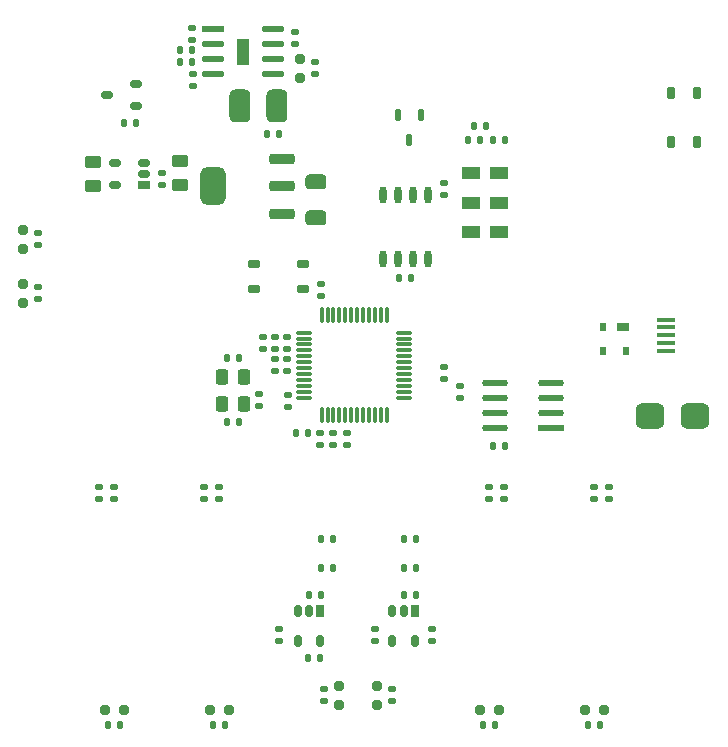
<source format=gbr>
%TF.GenerationSoftware,Altium Limited,Altium Designer,24.5.2 (23)*%
G04 Layer_Color=8421504*
%FSLAX45Y45*%
%MOMM*%
%TF.SameCoordinates,627A3E5C-85DC-498E-B9C8-82595492641C*%
%TF.FilePolarity,Positive*%
%TF.FileFunction,Paste,Top*%
%TF.Part,Single*%
G01*
G75*
%TA.AperFunction,SMDPad,CuDef*%
%ADD11R,1.60000X1.00000*%
G04:AMPARAMS|DCode=12|XSize=2.15mm|YSize=2.45mm|CornerRadius=0.5375mm|HoleSize=0mm|Usage=FLASHONLY|Rotation=270.000|XOffset=0mm|YOffset=0mm|HoleType=Round|Shape=RoundedRectangle|*
%AMROUNDEDRECTD12*
21,1,2.15000,1.37500,0,0,270.0*
21,1,1.07500,2.45000,0,0,270.0*
1,1,1.07500,-0.68750,-0.53750*
1,1,1.07500,-0.68750,0.53750*
1,1,1.07500,0.68750,0.53750*
1,1,1.07500,0.68750,-0.53750*
%
%ADD12ROUNDEDRECTD12*%
%ADD13R,1.92006X0.58213*%
G04:AMPARAMS|DCode=14|XSize=1.92006mm|YSize=0.58213mm|CornerRadius=0.29107mm|HoleSize=0mm|Usage=FLASHONLY|Rotation=0.000|XOffset=0mm|YOffset=0mm|HoleType=Round|Shape=RoundedRectangle|*
%AMROUNDEDRECTD14*
21,1,1.92006,0.00000,0,0,0.0*
21,1,1.33793,0.58213,0,0,0.0*
1,1,0.58213,0.66896,0.00000*
1,1,0.58213,-0.66896,0.00000*
1,1,0.58213,-0.66896,0.00000*
1,1,0.58213,0.66896,0.00000*
%
%ADD14ROUNDEDRECTD14*%
G04:AMPARAMS|DCode=16|XSize=0.7mm|YSize=1mm|CornerRadius=0.175mm|HoleSize=0mm|Usage=FLASHONLY|Rotation=0.000|XOffset=0mm|YOffset=0mm|HoleType=Round|Shape=RoundedRectangle|*
%AMROUNDEDRECTD16*
21,1,0.70000,0.65000,0,0,0.0*
21,1,0.35000,1.00000,0,0,0.0*
1,1,0.35000,0.17500,-0.32500*
1,1,0.35000,-0.17500,-0.32500*
1,1,0.35000,-0.17500,0.32500*
1,1,0.35000,0.17500,0.32500*
%
%ADD16ROUNDEDRECTD16*%
%ADD17R,0.70000X1.00000*%
G04:AMPARAMS|DCode=18|XSize=1.05mm|YSize=0.65mm|CornerRadius=0.1625mm|HoleSize=0mm|Usage=FLASHONLY|Rotation=0.000|XOffset=0mm|YOffset=0mm|HoleType=Round|Shape=RoundedRectangle|*
%AMROUNDEDRECTD18*
21,1,1.05000,0.32500,0,0,0.0*
21,1,0.72500,0.65000,0,0,0.0*
1,1,0.32500,0.36250,-0.16250*
1,1,0.32500,-0.36250,-0.16250*
1,1,0.32500,-0.36250,0.16250*
1,1,0.32500,0.36250,0.16250*
%
%ADD18ROUNDEDRECTD18*%
G04:AMPARAMS|DCode=19|XSize=1.05mm|YSize=0.65mm|CornerRadius=0.1625mm|HoleSize=0mm|Usage=FLASHONLY|Rotation=270.000|XOffset=0mm|YOffset=0mm|HoleType=Round|Shape=RoundedRectangle|*
%AMROUNDEDRECTD19*
21,1,1.05000,0.32500,0,0,270.0*
21,1,0.72500,0.65000,0,0,270.0*
1,1,0.32500,-0.16250,-0.36250*
1,1,0.32500,-0.16250,0.36250*
1,1,0.32500,0.16250,0.36250*
1,1,0.32500,0.16250,-0.36250*
%
%ADD19ROUNDEDRECTD19*%
%ADD20R,0.60000X0.70000*%
G04:AMPARAMS|DCode=21|XSize=0.508mm|YSize=0.635mm|CornerRadius=0.127mm|HoleSize=0mm|Usage=FLASHONLY|Rotation=270.000|XOffset=0mm|YOffset=0mm|HoleType=Round|Shape=RoundedRectangle|*
%AMROUNDEDRECTD21*
21,1,0.50800,0.38100,0,0,270.0*
21,1,0.25400,0.63500,0,0,270.0*
1,1,0.25400,-0.19050,-0.12700*
1,1,0.25400,-0.19050,0.12700*
1,1,0.25400,0.19050,0.12700*
1,1,0.25400,0.19050,-0.12700*
%
%ADD21ROUNDEDRECTD21*%
G04:AMPARAMS|DCode=22|XSize=1.27mm|YSize=1.778mm|CornerRadius=0.3175mm|HoleSize=0mm|Usage=FLASHONLY|Rotation=90.000|XOffset=0mm|YOffset=0mm|HoleType=Round|Shape=RoundedRectangle|*
%AMROUNDEDRECTD22*
21,1,1.27000,1.14300,0,0,90.0*
21,1,0.63500,1.77800,0,0,90.0*
1,1,0.63500,0.57150,0.31750*
1,1,0.63500,0.57150,-0.31750*
1,1,0.63500,-0.57150,-0.31750*
1,1,0.63500,-0.57150,0.31750*
%
%ADD22ROUNDEDRECTD22*%
G04:AMPARAMS|DCode=23|XSize=0.508mm|YSize=0.635mm|CornerRadius=0.127mm|HoleSize=0mm|Usage=FLASHONLY|Rotation=0.000|XOffset=0mm|YOffset=0mm|HoleType=Round|Shape=RoundedRectangle|*
%AMROUNDEDRECTD23*
21,1,0.50800,0.38100,0,0,0.0*
21,1,0.25400,0.63500,0,0,0.0*
1,1,0.25400,0.12700,-0.19050*
1,1,0.25400,-0.12700,-0.19050*
1,1,0.25400,-0.12700,0.19050*
1,1,0.25400,0.12700,0.19050*
%
%ADD23ROUNDEDRECTD23*%
G04:AMPARAMS|DCode=24|XSize=0.9mm|YSize=2.15mm|CornerRadius=0.225mm|HoleSize=0mm|Usage=FLASHONLY|Rotation=270.000|XOffset=0mm|YOffset=0mm|HoleType=Round|Shape=RoundedRectangle|*
%AMROUNDEDRECTD24*
21,1,0.90000,1.70000,0,0,270.0*
21,1,0.45000,2.15000,0,0,270.0*
1,1,0.45000,-0.85000,-0.22500*
1,1,0.45000,-0.85000,0.22500*
1,1,0.45000,0.85000,0.22500*
1,1,0.45000,0.85000,-0.22500*
%
%ADD24ROUNDEDRECTD24*%
G04:AMPARAMS|DCode=25|XSize=3.2mm|YSize=2.15mm|CornerRadius=0.5375mm|HoleSize=0mm|Usage=FLASHONLY|Rotation=270.000|XOffset=0mm|YOffset=0mm|HoleType=Round|Shape=RoundedRectangle|*
%AMROUNDEDRECTD25*
21,1,3.20000,1.07500,0,0,270.0*
21,1,2.12500,2.15000,0,0,270.0*
1,1,1.07500,-0.53750,-1.06250*
1,1,1.07500,-0.53750,1.06250*
1,1,1.07500,0.53750,1.06250*
1,1,1.07500,0.53750,-1.06250*
%
%ADD25ROUNDEDRECTD25*%
G04:AMPARAMS|DCode=26|XSize=0.7mm|YSize=1mm|CornerRadius=0.175mm|HoleSize=0mm|Usage=FLASHONLY|Rotation=270.000|XOffset=0mm|YOffset=0mm|HoleType=Round|Shape=RoundedRectangle|*
%AMROUNDEDRECTD26*
21,1,0.70000,0.65000,0,0,270.0*
21,1,0.35000,1.00000,0,0,270.0*
1,1,0.35000,-0.32500,-0.17500*
1,1,0.35000,-0.32500,0.17500*
1,1,0.35000,0.32500,0.17500*
1,1,0.35000,0.32500,-0.17500*
%
%ADD26ROUNDEDRECTD26*%
G04:AMPARAMS|DCode=27|XSize=0.8mm|YSize=0.8mm|CornerRadius=0.2mm|HoleSize=0mm|Usage=FLASHONLY|Rotation=270.000|XOffset=0mm|YOffset=0mm|HoleType=Round|Shape=RoundedRectangle|*
%AMROUNDEDRECTD27*
21,1,0.80000,0.40000,0,0,270.0*
21,1,0.40000,0.80000,0,0,270.0*
1,1,0.40000,-0.20000,-0.20000*
1,1,0.40000,-0.20000,0.20000*
1,1,0.40000,0.20000,0.20000*
1,1,0.40000,0.20000,-0.20000*
%
%ADD27ROUNDEDRECTD27*%
%ADD28R,2.17406X0.55213*%
G04:AMPARAMS|DCode=29|XSize=2.17406mm|YSize=0.55213mm|CornerRadius=0.27606mm|HoleSize=0mm|Usage=FLASHONLY|Rotation=180.000|XOffset=0mm|YOffset=0mm|HoleType=Round|Shape=RoundedRectangle|*
%AMROUNDEDRECTD29*
21,1,2.17406,0.00000,0,0,180.0*
21,1,1.62193,0.55213,0,0,180.0*
1,1,0.55213,-0.81097,0.00000*
1,1,0.55213,0.81097,0.00000*
1,1,0.55213,0.81097,0.00000*
1,1,0.55213,-0.81097,0.00000*
%
%ADD29ROUNDEDRECTD29*%
%ADD30O,0.30000X1.45000*%
%ADD31O,1.45000X0.30000*%
G04:AMPARAMS|DCode=32|XSize=1.3mm|YSize=1.1mm|CornerRadius=0.275mm|HoleSize=0mm|Usage=FLASHONLY|Rotation=270.000|XOffset=0mm|YOffset=0mm|HoleType=Round|Shape=RoundedRectangle|*
%AMROUNDEDRECTD32*
21,1,1.30000,0.55000,0,0,270.0*
21,1,0.75000,1.10000,0,0,270.0*
1,1,0.55000,-0.27500,-0.37500*
1,1,0.55000,-0.27500,0.37500*
1,1,0.55000,0.27500,0.37500*
1,1,0.55000,0.27500,-0.37500*
%
%ADD32ROUNDEDRECTD32*%
G04:AMPARAMS|DCode=33|XSize=1.778mm|YSize=2.794mm|CornerRadius=0.4445mm|HoleSize=0mm|Usage=FLASHONLY|Rotation=0.000|XOffset=0mm|YOffset=0mm|HoleType=Round|Shape=RoundedRectangle|*
%AMROUNDEDRECTD33*
21,1,1.77800,1.90500,0,0,0.0*
21,1,0.88900,2.79400,0,0,0.0*
1,1,0.88900,0.44450,-0.95250*
1,1,0.88900,-0.44450,-0.95250*
1,1,0.88900,-0.44450,0.95250*
1,1,0.88900,0.44450,0.95250*
%
%ADD33ROUNDEDRECTD33*%
%ADD34R,1.00000X0.70000*%
%ADD35O,0.60000X1.45000*%
%ADD36R,1.50000X0.44800*%
G04:AMPARAMS|DCode=37|XSize=0.986mm|YSize=0.59mm|CornerRadius=0.1475mm|HoleSize=0mm|Usage=FLASHONLY|Rotation=270.000|XOffset=0mm|YOffset=0mm|HoleType=Round|Shape=RoundedRectangle|*
%AMROUNDEDRECTD37*
21,1,0.98600,0.29500,0,0,270.0*
21,1,0.69101,0.59000,0,0,270.0*
1,1,0.29500,-0.14750,-0.34550*
1,1,0.29500,-0.14750,0.34550*
1,1,0.29500,0.14750,0.34550*
1,1,0.29500,0.14750,-0.34550*
%
%ADD37ROUNDEDRECTD37*%
%ADD38R,1.00000X0.70000*%
G04:AMPARAMS|DCode=39|XSize=0.8mm|YSize=0.8mm|CornerRadius=0.2mm|HoleSize=0mm|Usage=FLASHONLY|Rotation=180.000|XOffset=0mm|YOffset=0mm|HoleType=Round|Shape=RoundedRectangle|*
%AMROUNDEDRECTD39*
21,1,0.80000,0.40000,0,0,180.0*
21,1,0.40000,0.80000,0,0,180.0*
1,1,0.40000,-0.20000,0.20000*
1,1,0.40000,0.20000,0.20000*
1,1,0.40000,0.20000,-0.20000*
1,1,0.40000,-0.20000,-0.20000*
%
%ADD39ROUNDEDRECTD39*%
G04:AMPARAMS|DCode=40|XSize=1.016mm|YSize=1.397mm|CornerRadius=0.254mm|HoleSize=0mm|Usage=FLASHONLY|Rotation=270.000|XOffset=0mm|YOffset=0mm|HoleType=Round|Shape=RoundedRectangle|*
%AMROUNDEDRECTD40*
21,1,1.01600,0.88900,0,0,270.0*
21,1,0.50800,1.39700,0,0,270.0*
1,1,0.50800,-0.44450,-0.25400*
1,1,0.50800,-0.44450,0.25400*
1,1,0.50800,0.44450,0.25400*
1,1,0.50800,0.44450,-0.25400*
%
%ADD40ROUNDEDRECTD40*%
%TA.AperFunction,NonConductor*%
%ADD89R,1.13579X2.21079*%
G36*
X5259720Y3325842D02*
X5309583Y3325843D01*
Y3265980D01*
X5259720D01*
Y3325842D01*
D02*
G37*
G36*
X5449721Y3325855D02*
X5499935D01*
X5499934Y3265980D01*
X5449720Y3265980D01*
X5449721Y3325855D01*
D02*
G37*
G36*
X5259720Y3526112D02*
X5309649Y3526112D01*
Y3465980D01*
X5259720D01*
X5259720Y3526112D01*
D02*
G37*
G36*
X5409720Y3526201D02*
X5499925Y3526201D01*
X5499925Y3465980D01*
X5409720Y3465980D01*
Y3526201D01*
D02*
G37*
D11*
X4165600Y4800600D02*
D03*
Y4550600D02*
D03*
Y4300600D02*
D03*
X4405600Y4800600D02*
D03*
X4405600Y4550600D02*
D03*
X4405600Y4300600D02*
D03*
D12*
X6057900Y2743200D02*
D03*
X5676900D02*
D03*
D13*
X1981200Y6019800D02*
D03*
D14*
X1981200Y5892800D02*
D03*
Y5765800D02*
D03*
X2489200D02*
D03*
Y5892800D02*
D03*
X2489200Y6019800D02*
D03*
Y5638800D02*
D03*
X1981200Y5638800D02*
D03*
D16*
X2794000Y1090200D02*
D03*
X2699000D02*
D03*
Y840200D02*
D03*
X2889000Y840200D02*
D03*
X3689100Y840200D02*
D03*
X3499100Y840200D02*
D03*
Y1090200D02*
D03*
X3594100Y1090200D02*
D03*
D17*
X2889000Y1090200D02*
D03*
X3689100Y1090200D02*
D03*
D18*
X2739880Y3819340D02*
D03*
X2324880D02*
D03*
X2739880Y4034340D02*
D03*
X2324880D02*
D03*
D19*
X5861500Y5063000D02*
D03*
Y5478000D02*
D03*
X6076500Y5063000D02*
D03*
Y5478000D02*
D03*
D20*
X5284720Y3495980D02*
D03*
X5284720Y3295980D02*
D03*
X5474720D02*
D03*
D21*
X2603500Y3416300D02*
D03*
Y3314700D02*
D03*
X2677160Y5892800D02*
D03*
X2677160Y5994400D02*
D03*
X1803400Y6032500D02*
D03*
Y5930901D02*
D03*
X2844800Y5638800D02*
D03*
Y5740400D02*
D03*
X3111500Y2501900D02*
D03*
Y2603500D02*
D03*
X1808480Y5537200D02*
D03*
Y5638800D02*
D03*
X5334000Y2146300D02*
D03*
Y2044700D02*
D03*
X3931920Y3060700D02*
D03*
Y3162299D02*
D03*
X4069080Y2999740D02*
D03*
Y2898141D02*
D03*
X2540000Y939800D02*
D03*
Y838200D02*
D03*
X3352800Y939800D02*
D03*
Y838200D02*
D03*
X2372360Y2933700D02*
D03*
Y2832100D02*
D03*
X495300Y4292600D02*
D03*
Y4191000D02*
D03*
Y3835400D02*
D03*
Y3733800D02*
D03*
X2921000Y330200D02*
D03*
Y431800D02*
D03*
X3492500Y330200D02*
D03*
Y431800D02*
D03*
X1143000Y2146300D02*
D03*
Y2044700D02*
D03*
X1016000Y2146300D02*
D03*
Y2044700D02*
D03*
X2032000Y2146300D02*
D03*
Y2044700D02*
D03*
X1905000Y2146300D02*
D03*
Y2044700D02*
D03*
X4318000Y2146300D02*
D03*
Y2044700D02*
D03*
X4445000Y2146300D02*
D03*
Y2044700D02*
D03*
X5207000Y2146300D02*
D03*
Y2044700D02*
D03*
X2501900Y3124200D02*
D03*
Y3225800D02*
D03*
X2603500Y3124200D02*
D03*
Y3225800D02*
D03*
X2400300Y3314700D02*
D03*
Y3416300D02*
D03*
X3931920Y4714240D02*
D03*
Y4612640D02*
D03*
X2616200Y2819400D02*
D03*
Y2921000D02*
D03*
X2898140Y3860800D02*
D03*
Y3759200D02*
D03*
X2882900Y2501900D02*
D03*
Y2603500D02*
D03*
X3835400Y939800D02*
D03*
Y838200D02*
D03*
X2997200Y2501900D02*
D03*
Y2603500D02*
D03*
X2501900Y3416300D02*
D03*
Y3314700D02*
D03*
X1549400Y4800600D02*
D03*
Y4699000D02*
D03*
D22*
X2849880Y4721860D02*
D03*
Y4417060D02*
D03*
D23*
X2435860Y5133340D02*
D03*
X2537460D02*
D03*
X1328420Y5227320D02*
D03*
X1226820D02*
D03*
X1701800Y5740400D02*
D03*
X1803400D02*
D03*
X1803400Y5842000D02*
D03*
X1701801Y5842000D02*
D03*
X2197693Y3233239D02*
D03*
X2096093D02*
D03*
X2197693Y2694424D02*
D03*
X2096093D02*
D03*
X2895600Y1701800D02*
D03*
X2997200D02*
D03*
X3695700Y1460500D02*
D03*
X3594101D02*
D03*
X3695699Y1701800D02*
D03*
X3594100D02*
D03*
X4348481Y5080000D02*
D03*
X4450080D02*
D03*
X4236720Y5082540D02*
D03*
X4135120D02*
D03*
X1092200Y127000D02*
D03*
X1193800D02*
D03*
X1981200D02*
D03*
X2082800D02*
D03*
X4368800D02*
D03*
X4267200D02*
D03*
X5257800D02*
D03*
X5156200D02*
D03*
X2895600Y1460500D02*
D03*
X2997199D02*
D03*
X3553460Y3911600D02*
D03*
X3655059D02*
D03*
X4193540Y5196840D02*
D03*
X4295140Y5196840D02*
D03*
X2794000Y1231900D02*
D03*
X2895600D02*
D03*
X2781300Y698500D02*
D03*
X2882900D02*
D03*
X2679700Y2603500D02*
D03*
X2781300D02*
D03*
X3594101Y1231900D02*
D03*
X3695700D02*
D03*
X4455160Y2494280D02*
D03*
X4353560D02*
D03*
D24*
X2568340Y4458840D02*
D03*
X2568340Y4688840D02*
D03*
X2568340Y4918840D02*
D03*
D25*
X1983340Y4688840D02*
D03*
D26*
X1326500Y5366000D02*
D03*
X1326500Y5556000D02*
D03*
X1086500Y5461000D02*
D03*
X1146999Y4699000D02*
D03*
X1147000Y4889000D02*
D03*
X1397000D02*
D03*
Y4794000D02*
D03*
D27*
X2717800Y5609600D02*
D03*
Y5769600D02*
D03*
X368300Y4321800D02*
D03*
Y4161800D02*
D03*
Y3864601D02*
D03*
Y3704600D02*
D03*
X3048000Y301000D02*
D03*
Y461000D02*
D03*
X3365500Y301000D02*
D03*
Y461000D02*
D03*
D28*
X4839087Y2639060D02*
D03*
D29*
Y2766060D02*
D03*
Y2893060D02*
D03*
Y3020060D02*
D03*
X4365873D02*
D03*
Y2893060D02*
D03*
Y2766060D02*
D03*
Y2639060D02*
D03*
D30*
X2900000Y3597500D02*
D03*
X2950000D02*
D03*
X3000000D02*
D03*
X3050000D02*
D03*
X3100000D02*
D03*
X3150000Y3597500D02*
D03*
X3200000D02*
D03*
X3250000Y3597500D02*
D03*
X3300000D02*
D03*
X3350000D02*
D03*
X3400000D02*
D03*
X3450000D02*
D03*
Y2752500D02*
D03*
X3400000D02*
D03*
X3350000D02*
D03*
X3300000D02*
D03*
X3250000D02*
D03*
X3200000D02*
D03*
X3150000D02*
D03*
X3100000D02*
D03*
X3050000D02*
D03*
X3000000D02*
D03*
X2950000D02*
D03*
X2900000D02*
D03*
D31*
X3597500Y3450000D02*
D03*
Y3400000D02*
D03*
Y3350000D02*
D03*
Y3300000D02*
D03*
Y3250000D02*
D03*
X3597500Y3200000D02*
D03*
Y3150000D02*
D03*
X3597500Y3100000D02*
D03*
Y3050000D02*
D03*
Y3000000D02*
D03*
Y2950000D02*
D03*
Y2900000D02*
D03*
X2752500D02*
D03*
Y2950000D02*
D03*
Y3000000D02*
D03*
Y3050000D02*
D03*
Y3100000D02*
D03*
X2752500Y3150000D02*
D03*
Y3200000D02*
D03*
X2752500Y3250000D02*
D03*
Y3300000D02*
D03*
Y3350000D02*
D03*
Y3400000D02*
D03*
Y3450000D02*
D03*
D32*
X2240485Y3078832D02*
D03*
Y2848832D02*
D03*
X2060485D02*
D03*
Y3078832D02*
D03*
D33*
X2208530Y5367020D02*
D03*
X2526030D02*
D03*
D34*
X1397000Y4699000D02*
D03*
D35*
X3416300Y4070900D02*
D03*
X3543300D02*
D03*
X3670300D02*
D03*
X3797300D02*
D03*
X3416300Y4615900D02*
D03*
X3543300D02*
D03*
X3670300D02*
D03*
X3797300D02*
D03*
D36*
X5816600Y3559000D02*
D03*
Y3299000D02*
D03*
Y3494000D02*
D03*
Y3364000D02*
D03*
Y3429000D02*
D03*
D37*
X3737360Y5289640D02*
D03*
X3547360D02*
D03*
X3642360Y5078640D02*
D03*
D38*
X5454720Y3495980D02*
D03*
D39*
X1223000Y254000D02*
D03*
X1063000D02*
D03*
X2112000D02*
D03*
X1952000D02*
D03*
X4238000D02*
D03*
X4398000D02*
D03*
X5127000D02*
D03*
X5287000D02*
D03*
D40*
X1701800Y4902200D02*
D03*
X1701800Y4699000D02*
D03*
X960120Y4892040D02*
D03*
Y4688840D02*
D03*
D89*
X2235198Y5829300D02*
D03*
%TF.MD5,5bc032aa8c7f43ae24e86aa501f1f01a*%
M02*

</source>
